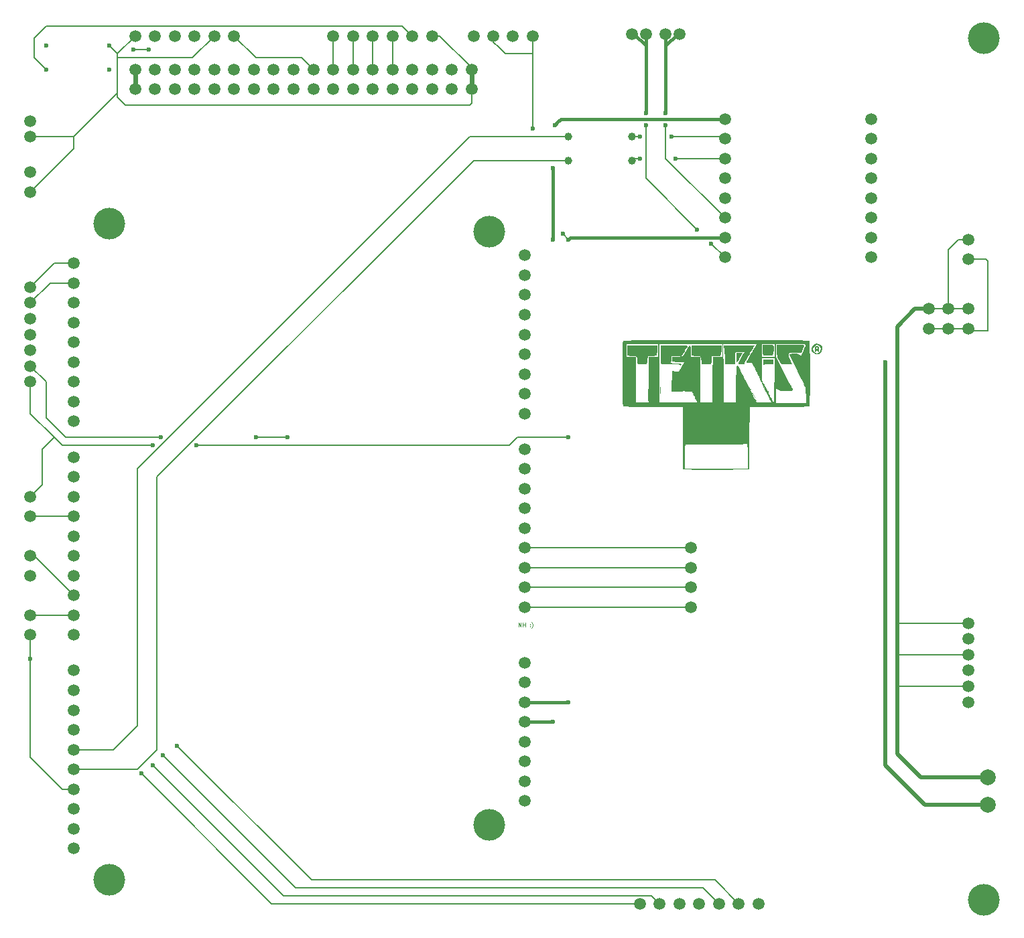
<source format=gbr>
%TF.GenerationSoftware,KiCad,Pcbnew,9.0.1*%
%TF.CreationDate,2025-06-05T21:30:58-04:00*%
%TF.ProjectId,TetrisBoard-FULL,54657472-6973-4426-9f61-72642d46554c,rev?*%
%TF.SameCoordinates,Original*%
%TF.FileFunction,Copper,L1,Top*%
%TF.FilePolarity,Positive*%
%FSLAX46Y46*%
G04 Gerber Fmt 4.6, Leading zero omitted, Abs format (unit mm)*
G04 Created by KiCad (PCBNEW 9.0.1) date 2025-06-05 21:30:58*
%MOMM*%
%LPD*%
G01*
G04 APERTURE LIST*
%ADD10C,0.125000*%
%TA.AperFunction,NonConductor*%
%ADD11C,0.125000*%
%TD*%
%TA.AperFunction,EtchedComponent*%
%ADD12C,0.000000*%
%TD*%
%TA.AperFunction,ViaPad*%
%ADD13C,1.500000*%
%TD*%
%TA.AperFunction,ViaPad*%
%ADD14C,0.600000*%
%TD*%
%TA.AperFunction,ViaPad*%
%ADD15C,4.000000*%
%TD*%
%TA.AperFunction,ViaPad*%
%ADD16C,1.000000*%
%TD*%
%TA.AperFunction,ViaPad*%
%ADD17C,2.000000*%
%TD*%
%TA.AperFunction,Conductor*%
%ADD18C,0.200000*%
%TD*%
%TA.AperFunction,Conductor*%
%ADD19C,0.600000*%
%TD*%
%TA.AperFunction,Conductor*%
%ADD20C,0.400000*%
%TD*%
%TA.AperFunction,Conductor*%
%ADD21C,0.500000*%
%TD*%
G04 APERTURE END LIST*
D10*
D11*
X168201283Y-111432309D02*
X168201283Y-110932309D01*
X168201283Y-110932309D02*
X168486997Y-111432309D01*
X168486997Y-111432309D02*
X168486997Y-110932309D01*
X168725093Y-111432309D02*
X168725093Y-110932309D01*
X168725093Y-111170404D02*
X169010807Y-111170404D01*
X169010807Y-111432309D02*
X169010807Y-110932309D01*
X169629855Y-111384690D02*
X169653665Y-111408500D01*
X169653665Y-111408500D02*
X169629855Y-111432309D01*
X169629855Y-111432309D02*
X169606046Y-111408500D01*
X169606046Y-111408500D02*
X169629855Y-111384690D01*
X169629855Y-111384690D02*
X169629855Y-111432309D01*
X169629855Y-111122785D02*
X169653665Y-111146595D01*
X169653665Y-111146595D02*
X169629855Y-111170404D01*
X169629855Y-111170404D02*
X169606046Y-111146595D01*
X169606046Y-111146595D02*
X169629855Y-111122785D01*
X169629855Y-111122785D02*
X169629855Y-111170404D01*
X169820331Y-111622785D02*
X169844141Y-111598976D01*
X169844141Y-111598976D02*
X169891760Y-111527547D01*
X169891760Y-111527547D02*
X169915569Y-111479928D01*
X169915569Y-111479928D02*
X169939379Y-111408500D01*
X169939379Y-111408500D02*
X169963188Y-111289452D01*
X169963188Y-111289452D02*
X169963188Y-111194214D01*
X169963188Y-111194214D02*
X169939379Y-111075166D01*
X169939379Y-111075166D02*
X169915569Y-111003738D01*
X169915569Y-111003738D02*
X169891760Y-110956119D01*
X169891760Y-110956119D02*
X169844141Y-110884690D01*
X169844141Y-110884690D02*
X169820331Y-110860880D01*
D12*
%TA.AperFunction,EtchedComponent*%
%TO.C,G\u002A\u002A\u002A*%
G36*
X190274666Y-82103000D02*
G01*
X190232333Y-82145333D01*
X190190000Y-82103000D01*
X190232333Y-82060667D01*
X190274666Y-82103000D01*
G37*
%TD.AperFunction*%
%TA.AperFunction,EtchedComponent*%
G36*
X197894666Y-82103000D02*
G01*
X197852333Y-82145333D01*
X197810000Y-82103000D01*
X197852333Y-82060667D01*
X197894666Y-82103000D01*
G37*
%TD.AperFunction*%
%TA.AperFunction,EtchedComponent*%
G36*
X197979333Y-82272333D02*
G01*
X197937000Y-82314667D01*
X197894666Y-82272333D01*
X197937000Y-82230000D01*
X197979333Y-82272333D01*
G37*
%TD.AperFunction*%
%TA.AperFunction,EtchedComponent*%
G36*
X198064000Y-82441667D02*
G01*
X198021666Y-82484000D01*
X197979333Y-82441667D01*
X198021666Y-82399333D01*
X198064000Y-82441667D01*
G37*
%TD.AperFunction*%
%TA.AperFunction,EtchedComponent*%
G36*
X204244666Y-80833000D02*
G01*
X204202333Y-80875333D01*
X204160000Y-80833000D01*
X204202333Y-80790667D01*
X204244666Y-80833000D01*
G37*
%TD.AperFunction*%
%TA.AperFunction,EtchedComponent*%
G36*
X200350000Y-77978453D02*
G01*
X200350000Y-78298906D01*
X199788520Y-78266658D01*
X199445616Y-78259455D01*
X199241695Y-78288588D01*
X199154816Y-78348372D01*
X199109628Y-78352076D01*
X199085038Y-78198041D01*
X199081296Y-78060167D01*
X199080000Y-77658000D01*
X199715000Y-77658000D01*
X200350000Y-77658000D01*
X200350000Y-77978453D01*
G37*
%TD.AperFunction*%
%TA.AperFunction,EtchedComponent*%
G36*
X186103876Y-80840859D02*
G01*
X186104257Y-80850009D01*
X186114590Y-81290135D01*
X186115007Y-81795003D01*
X186105496Y-82260311D01*
X186104434Y-82289343D01*
X186095609Y-82449551D01*
X186087890Y-82451690D01*
X186081738Y-82307026D01*
X186077616Y-82026821D01*
X186075985Y-81622340D01*
X186075977Y-81595000D01*
X186077356Y-81179789D01*
X186081298Y-80884556D01*
X186087342Y-80721514D01*
X186095023Y-80702878D01*
X186103876Y-80840859D01*
G37*
%TD.AperFunction*%
%TA.AperFunction,EtchedComponent*%
G36*
X196301634Y-76820494D02*
G01*
X196437913Y-76843669D01*
X196455333Y-76857417D01*
X196414493Y-76964148D01*
X196309694Y-77161128D01*
X196167519Y-77404804D01*
X196014551Y-77651625D01*
X195877372Y-77858040D01*
X195782566Y-77980497D01*
X195759966Y-77996667D01*
X195727124Y-77919163D01*
X195703325Y-77715203D01*
X195693385Y-77427608D01*
X195693333Y-77404000D01*
X195693333Y-76811333D01*
X196074333Y-76811333D01*
X196301634Y-76820494D01*
G37*
%TD.AperFunction*%
%TA.AperFunction,EtchedComponent*%
G36*
X200200060Y-75823515D02*
G01*
X200349535Y-75896514D01*
X200418059Y-76033351D01*
X200434664Y-76248348D01*
X200434666Y-76252030D01*
X200421908Y-76555328D01*
X200390367Y-76837408D01*
X200381750Y-76885417D01*
X200328833Y-77150000D01*
X199709604Y-77150000D01*
X199090375Y-77150000D01*
X199036078Y-76787923D01*
X199007363Y-76477962D01*
X199006234Y-76178415D01*
X199009724Y-76131756D01*
X199037666Y-75837667D01*
X199542138Y-75811748D01*
X199940605Y-75800033D01*
X200200060Y-75823515D01*
G37*
%TD.AperFunction*%
%TA.AperFunction,EtchedComponent*%
G36*
X185685061Y-76536167D02*
G01*
X185660333Y-77192333D01*
X185092609Y-77217282D01*
X184524885Y-77242231D01*
X184467840Y-77746449D01*
X184427901Y-78030766D01*
X184378105Y-78184714D01*
X184300477Y-78247060D01*
X184231230Y-78256692D01*
X184037900Y-78263625D01*
X183763501Y-78273955D01*
X183650609Y-78278310D01*
X183353054Y-78264792D01*
X183213077Y-78194605D01*
X183206109Y-78180693D01*
X183172365Y-78012440D01*
X183161510Y-77841575D01*
X183146139Y-77541659D01*
X183080699Y-77360862D01*
X182930511Y-77266573D01*
X182660899Y-77226177D01*
X182497583Y-77217165D01*
X181935000Y-77192333D01*
X181910271Y-76536167D01*
X181885543Y-75880000D01*
X183797666Y-75880000D01*
X185709789Y-75880000D01*
X185685061Y-76536167D01*
G37*
%TD.AperFunction*%
%TA.AperFunction,EtchedComponent*%
G36*
X193829734Y-76239833D02*
G01*
X193815615Y-76561757D01*
X193782229Y-76879192D01*
X193776323Y-76917167D01*
X193723844Y-77234666D01*
X193142255Y-77234667D01*
X192560666Y-77234667D01*
X192560666Y-77742667D01*
X192552815Y-78031039D01*
X192522099Y-78187911D01*
X192457771Y-78250682D01*
X192412500Y-78258334D01*
X191958217Y-78279661D01*
X191646283Y-78285540D01*
X191450088Y-78271775D01*
X191343021Y-78234172D01*
X191298473Y-78168534D01*
X191289835Y-78081333D01*
X191274977Y-77850831D01*
X191240251Y-77576415D01*
X191236912Y-77555796D01*
X191185021Y-77241925D01*
X190624010Y-77217129D01*
X190063000Y-77192333D01*
X190038271Y-76536167D01*
X190013543Y-75880000D01*
X191922105Y-75880000D01*
X193830666Y-75880000D01*
X193829734Y-76239833D01*
G37*
%TD.AperFunction*%
%TA.AperFunction,EtchedComponent*%
G36*
X205973599Y-75997744D02*
G01*
X206102517Y-76058969D01*
X206158530Y-76190813D01*
X206168909Y-76386715D01*
X206149231Y-76621536D01*
X206098240Y-76722859D01*
X206028001Y-76676157D01*
X205992048Y-76599667D01*
X205902476Y-76487478D01*
X205855990Y-76472667D01*
X205778533Y-76541201D01*
X205768666Y-76599667D01*
X205722949Y-76712338D01*
X205684000Y-76726667D01*
X205630657Y-76651628D01*
X205601302Y-76464488D01*
X205599333Y-76392997D01*
X205617808Y-76218667D01*
X205768666Y-76218667D01*
X205829434Y-76300910D01*
X205848336Y-76303333D01*
X205963003Y-76241789D01*
X205980333Y-76218667D01*
X205961139Y-76146183D01*
X205900663Y-76134000D01*
X205784821Y-76178204D01*
X205768666Y-76218667D01*
X205617808Y-76218667D01*
X205627950Y-76122963D01*
X205726838Y-75993838D01*
X205915551Y-75984973D01*
X205973599Y-75997744D01*
G37*
%TD.AperFunction*%
%TA.AperFunction,EtchedComponent*%
G36*
X203507843Y-75819777D02*
G01*
X203882377Y-75828205D01*
X204145001Y-75841230D01*
X204269760Y-75858214D01*
X204276027Y-75862245D01*
X204265847Y-75967153D01*
X204200634Y-76176264D01*
X204118733Y-76385475D01*
X203923500Y-76847317D01*
X203191401Y-76822014D01*
X202759259Y-76815175D01*
X202477319Y-76840694D01*
X202327261Y-76914392D01*
X202290764Y-77052091D01*
X202349505Y-77269616D01*
X202435949Y-77474435D01*
X202603054Y-77843169D01*
X202699458Y-78081437D01*
X202713714Y-78217403D01*
X202634378Y-78279226D01*
X202450003Y-78295070D01*
X202149144Y-78293097D01*
X202103265Y-78293000D01*
X201421483Y-78293000D01*
X201129648Y-77836789D01*
X200989460Y-77606281D01*
X200902379Y-77413793D01*
X200854980Y-77204914D01*
X200833839Y-76925233D01*
X200826740Y-76609122D01*
X200815666Y-75837667D01*
X202526876Y-75819262D01*
X203047357Y-75816583D01*
X203507843Y-75819777D01*
G37*
%TD.AperFunction*%
%TA.AperFunction,EtchedComponent*%
G36*
X206110965Y-75695289D02*
G01*
X206354977Y-75843353D01*
X206518249Y-76089092D01*
X206564533Y-76351759D01*
X206492775Y-76645544D01*
X206306400Y-76878116D01*
X206048753Y-77017205D01*
X205763180Y-77030541D01*
X205684000Y-77007300D01*
X205415118Y-76834071D01*
X205239863Y-76580817D01*
X205189433Y-76354280D01*
X205345333Y-76354280D01*
X205411968Y-76531674D01*
X205571538Y-76720320D01*
X205763536Y-76859848D01*
X205888245Y-76896000D01*
X206025388Y-76850880D01*
X206173161Y-76764199D01*
X206328054Y-76568286D01*
X206361996Y-76323331D01*
X206291181Y-76079613D01*
X206131800Y-75887411D01*
X205900050Y-75797007D01*
X205861118Y-75795333D01*
X205680666Y-75864665D01*
X205498683Y-76031833D01*
X205371681Y-76235600D01*
X205345333Y-76354280D01*
X205189433Y-76354280D01*
X205176157Y-76294641D01*
X205241921Y-76022649D01*
X205284526Y-75957330D01*
X205536737Y-75740258D01*
X205825218Y-75656918D01*
X206110965Y-75695289D01*
G37*
%TD.AperFunction*%
%TA.AperFunction,EtchedComponent*%
G36*
X188386123Y-75882924D02*
G01*
X188840395Y-75891091D01*
X189205149Y-75903597D01*
X189456052Y-75919534D01*
X189568775Y-75937998D01*
X189572261Y-75943500D01*
X189515709Y-76041517D01*
X189395784Y-76246996D01*
X189234969Y-76521444D01*
X189176615Y-76620833D01*
X188816035Y-77234667D01*
X188148350Y-77234667D01*
X187480666Y-77234667D01*
X187480666Y-77566408D01*
X187469247Y-77813108D01*
X187441076Y-77997542D01*
X187434061Y-78019602D01*
X187440716Y-78082836D01*
X187538067Y-78123158D01*
X187753801Y-78146852D01*
X188045790Y-78158478D01*
X188415079Y-78172173D01*
X188637848Y-78194099D01*
X188736907Y-78231258D01*
X188735066Y-78290655D01*
X188681522Y-78353678D01*
X188598395Y-78410948D01*
X188581333Y-78353403D01*
X188530248Y-78311208D01*
X188366085Y-78283954D01*
X188072483Y-78270522D01*
X187633080Y-78269796D01*
X187403558Y-78272970D01*
X186225783Y-78293000D01*
X186176823Y-77996667D01*
X186156158Y-77787298D01*
X186139608Y-77459895D01*
X186129295Y-77065746D01*
X186126931Y-76790167D01*
X186126000Y-75880000D01*
X187866663Y-75880000D01*
X188386123Y-75882924D01*
G37*
%TD.AperFunction*%
%TA.AperFunction,EtchedComponent*%
G36*
X196611452Y-75882267D02*
G01*
X197099366Y-75888621D01*
X197502012Y-75898394D01*
X197795570Y-75910917D01*
X197956220Y-75925520D01*
X197979333Y-75933859D01*
X197937222Y-76021828D01*
X197821772Y-76225524D01*
X197649302Y-76517029D01*
X197436133Y-76868421D01*
X197373050Y-76971026D01*
X197150685Y-77339027D01*
X196964891Y-77660518D01*
X196832215Y-77905799D01*
X196769203Y-78045169D01*
X196766272Y-78060167D01*
X196706460Y-78168363D01*
X196674055Y-78180233D01*
X196700333Y-78196391D01*
X196859517Y-78224483D01*
X197090333Y-78255085D01*
X197299421Y-78281914D01*
X197371539Y-78297671D01*
X197297982Y-78303593D01*
X197070047Y-78300915D01*
X196812413Y-78294543D01*
X196463378Y-78279905D01*
X196181546Y-78258266D01*
X196007546Y-78233225D01*
X195973330Y-78220219D01*
X195979584Y-78117928D01*
X196059730Y-77904422D01*
X196198597Y-77612505D01*
X196381011Y-77274980D01*
X196517276Y-77044167D01*
X196711457Y-76726667D01*
X196135557Y-76726667D01*
X195830701Y-76730692D01*
X195657818Y-76750976D01*
X195579591Y-76799827D01*
X195558706Y-76889556D01*
X195558091Y-76917167D01*
X195555011Y-77097347D01*
X195548476Y-77383559D01*
X195540262Y-77700333D01*
X195524000Y-78293000D01*
X194889000Y-78293000D01*
X194254000Y-78293000D01*
X194253398Y-77658000D01*
X194244906Y-77236501D01*
X194223441Y-76781440D01*
X194198821Y-76451500D01*
X194144846Y-75880000D01*
X196062090Y-75880000D01*
X196611452Y-75882267D01*
G37*
%TD.AperFunction*%
%TA.AperFunction,EtchedComponent*%
G36*
X194019512Y-75193810D02*
G01*
X195235967Y-75195119D01*
X196432196Y-75197512D01*
X197596349Y-75200989D01*
X198716581Y-75205549D01*
X199781044Y-75211194D01*
X200777890Y-75217923D01*
X201695273Y-75225737D01*
X202521345Y-75234634D01*
X203244258Y-75244616D01*
X203852166Y-75255681D01*
X204333221Y-75267831D01*
X204675575Y-75281065D01*
X204867382Y-75295382D01*
X204905066Y-75304266D01*
X204929847Y-75411893D01*
X204951461Y-75668489D01*
X204969909Y-76053721D01*
X204985190Y-76547254D01*
X204997305Y-77128753D01*
X205006254Y-77777885D01*
X205012036Y-78474316D01*
X205014651Y-79197711D01*
X205014101Y-79927736D01*
X205010383Y-80644058D01*
X205003500Y-81326340D01*
X204993450Y-81954251D01*
X204980233Y-82507454D01*
X204963850Y-82965617D01*
X204944301Y-83308404D01*
X204921585Y-83515482D01*
X204905066Y-83567733D01*
X204833310Y-83593884D01*
X204667763Y-83615616D01*
X204397645Y-83633218D01*
X204012173Y-83646976D01*
X203500565Y-83657180D01*
X202852041Y-83664115D01*
X202055818Y-83668071D01*
X201101115Y-83669333D01*
X201095903Y-83669333D01*
X197388341Y-83669333D01*
X197366337Y-87627500D01*
X197344333Y-91585667D01*
X193189400Y-91607622D01*
X192366293Y-91610833D01*
X191595070Y-91611643D01*
X190892208Y-91610190D01*
X190274185Y-91606612D01*
X189757482Y-91601047D01*
X189358576Y-91593633D01*
X189093947Y-91584508D01*
X188980071Y-91573810D01*
X188977233Y-91572345D01*
X188965589Y-91478548D01*
X188964713Y-91458667D01*
X189174000Y-91458667D01*
X193153333Y-91458667D01*
X197132666Y-91458667D01*
X197132666Y-89887336D01*
X197128718Y-89352412D01*
X197117518Y-88914178D01*
X197100032Y-88591667D01*
X197077224Y-88403916D01*
X197055387Y-88363767D01*
X196957285Y-88373619D01*
X196707115Y-88382863D01*
X196322142Y-88391284D01*
X195819629Y-88398661D01*
X195216842Y-88404779D01*
X194531045Y-88409417D01*
X193779503Y-88412359D01*
X193129100Y-88413351D01*
X189280091Y-88415174D01*
X189227977Y-88730420D01*
X189208811Y-88930370D01*
X189192677Y-89258219D01*
X189181016Y-89672541D01*
X189175275Y-90131909D01*
X189174931Y-90252167D01*
X189174000Y-91458667D01*
X188964713Y-91458667D01*
X188954741Y-91232397D01*
X188944931Y-90850870D01*
X188936404Y-90350944D01*
X188929405Y-89749598D01*
X188924177Y-89063810D01*
X188920965Y-88310557D01*
X188920000Y-87592222D01*
X188920000Y-83669333D01*
X185211600Y-83669333D01*
X184255963Y-83668084D01*
X183458862Y-83664144D01*
X182809516Y-83657226D01*
X182297143Y-83647043D01*
X181910963Y-83633307D01*
X181640196Y-83615730D01*
X181474059Y-83594025D01*
X181401773Y-83567905D01*
X181401599Y-83567733D01*
X181376819Y-83460106D01*
X181355205Y-83203510D01*
X181336757Y-82818279D01*
X181321475Y-82324746D01*
X181309361Y-81743247D01*
X181300412Y-81094114D01*
X181294631Y-80397683D01*
X181292015Y-79674288D01*
X181292566Y-78944263D01*
X181296283Y-78227942D01*
X181303166Y-77545659D01*
X181306788Y-77319333D01*
X181808000Y-77319333D01*
X182400666Y-77319333D01*
X182993333Y-77319333D01*
X182993328Y-80219167D01*
X182993324Y-83119000D01*
X183792906Y-83119000D01*
X184173572Y-83114577D01*
X184413328Y-83098281D01*
X184540440Y-83065576D01*
X184583171Y-83011921D01*
X184583829Y-82992000D01*
X184582137Y-82879164D01*
X184581356Y-82618032D01*
X184581453Y-82229638D01*
X184582393Y-81735016D01*
X184584141Y-81155201D01*
X184586663Y-80511227D01*
X184588585Y-80092167D01*
X184602000Y-77319333D01*
X185194666Y-77319333D01*
X185787333Y-77319333D01*
X185787333Y-76515000D01*
X185787333Y-75710667D01*
X185956666Y-75710667D01*
X185956729Y-79414833D01*
X185956792Y-83119000D01*
X188401285Y-83119000D01*
X189135479Y-83117527D01*
X189715018Y-83112678D01*
X190154558Y-83103809D01*
X190468754Y-83090273D01*
X190672263Y-83071425D01*
X190779740Y-83046621D01*
X190805842Y-83015214D01*
X190805164Y-83013167D01*
X190716876Y-82914977D01*
X190683944Y-82907333D01*
X190639348Y-82856198D01*
X190650183Y-82831538D01*
X190626779Y-82742516D01*
X190565147Y-82705136D01*
X190475650Y-82624677D01*
X190477251Y-82611000D01*
X190528666Y-82611000D01*
X190571000Y-82653333D01*
X190613333Y-82611000D01*
X190571000Y-82568667D01*
X190528666Y-82611000D01*
X190477251Y-82611000D01*
X190481241Y-82576905D01*
X190500964Y-82446465D01*
X190448823Y-82322215D01*
X190360650Y-82276637D01*
X190337379Y-82285901D01*
X190289852Y-82287643D01*
X190316853Y-82230237D01*
X190318282Y-82092051D01*
X190258033Y-82026656D01*
X190130839Y-81893046D01*
X190105351Y-81743167D01*
X190025516Y-81722476D01*
X189805192Y-81706905D01*
X189473177Y-81697458D01*
X189058267Y-81695141D01*
X188794638Y-81697411D01*
X187483906Y-81715155D01*
X187488818Y-81595000D01*
X187565333Y-81595000D01*
X187607666Y-81637333D01*
X187650000Y-81595000D01*
X187607666Y-81552667D01*
X187565333Y-81595000D01*
X187488818Y-81595000D01*
X187533086Y-80512077D01*
X187553018Y-80076937D01*
X187574167Y-79703744D01*
X187594411Y-79424445D01*
X187611631Y-79270985D01*
X187616660Y-79252731D01*
X187585388Y-79180514D01*
X187545161Y-79161165D01*
X187563933Y-79147925D01*
X187717435Y-79148216D01*
X187946800Y-79160385D01*
X188454333Y-79194903D01*
X188774968Y-78599127D01*
X189095602Y-78003351D01*
X188351634Y-77978842D01*
X187607666Y-77954333D01*
X187607666Y-77658000D01*
X187607666Y-77361667D01*
X188275882Y-77319333D01*
X188944098Y-77277000D01*
X189364563Y-76536844D01*
X189547519Y-76231363D01*
X189706116Y-75996909D01*
X189819560Y-75862558D01*
X189860514Y-75843341D01*
X189894958Y-75943873D01*
X189921160Y-76171226D01*
X189934909Y-76482933D01*
X189936000Y-76604663D01*
X189936000Y-77319333D01*
X190528666Y-77319333D01*
X191121333Y-77319333D01*
X191142389Y-79499500D01*
X191148278Y-80137601D01*
X191153541Y-80762108D01*
X191157936Y-81339715D01*
X191161217Y-81837117D01*
X191163144Y-82221007D01*
X191163556Y-82399333D01*
X191163666Y-83119000D01*
X191925666Y-83119000D01*
X192687666Y-83119000D01*
X192688501Y-82314667D01*
X192689596Y-81995954D01*
X192692208Y-81543957D01*
X192696073Y-80994715D01*
X192700929Y-80384265D01*
X192706513Y-79748647D01*
X192709668Y-79414833D01*
X192730000Y-77319333D01*
X193322666Y-77319333D01*
X193915333Y-77319333D01*
X193915333Y-76515000D01*
X193915333Y-75710667D01*
X189936000Y-75710667D01*
X185956666Y-75710667D01*
X185787333Y-75710667D01*
X183797666Y-75710667D01*
X181808000Y-75710667D01*
X181808000Y-76515000D01*
X181808000Y-77319333D01*
X181306788Y-77319333D01*
X181313216Y-76917749D01*
X181322838Y-76515000D01*
X181326432Y-76364546D01*
X181342815Y-75906383D01*
X181353977Y-75710666D01*
X194063809Y-75710666D01*
X194095404Y-79418989D01*
X194127000Y-83127312D01*
X194889000Y-83125174D01*
X195651000Y-83123036D01*
X195651198Y-82443685D01*
X195652389Y-82145471D01*
X195655586Y-81716988D01*
X195660424Y-81197283D01*
X195666536Y-80625406D01*
X195673557Y-80040403D01*
X195674248Y-79986333D01*
X195681597Y-79366926D01*
X195692002Y-78900462D01*
X195714840Y-78586557D01*
X195759482Y-78424826D01*
X195835305Y-78414886D01*
X195951681Y-78556353D01*
X196117985Y-78848841D01*
X196343591Y-79291967D01*
X196637873Y-79885347D01*
X196667801Y-79945613D01*
X196886046Y-80375399D01*
X197081978Y-80743502D01*
X197242426Y-81026586D01*
X197354219Y-81201313D01*
X197402172Y-81246750D01*
X197433433Y-81273955D01*
X197413642Y-81350492D01*
X197397161Y-81449028D01*
X197470026Y-81426474D01*
X197542650Y-81403315D01*
X197525672Y-81448574D01*
X197512391Y-81578399D01*
X197564181Y-81743562D01*
X197650233Y-81879831D01*
X197739741Y-81922978D01*
X197750795Y-81917930D01*
X197795156Y-81920560D01*
X197775531Y-81963275D01*
X197780673Y-82081487D01*
X197850227Y-82277500D01*
X197955063Y-82491878D01*
X198066053Y-82665182D01*
X198154070Y-82737977D01*
X198155198Y-82738000D01*
X198233279Y-82805165D01*
X198265638Y-82869397D01*
X198271789Y-82958182D01*
X198211196Y-82941643D01*
X198150805Y-82919218D01*
X198212693Y-82997039D01*
X198328885Y-83054429D01*
X198564228Y-83092555D01*
X198937631Y-83113645D01*
X199249860Y-83119166D01*
X199623967Y-83117377D01*
X199926278Y-83106729D01*
X200122620Y-83089035D01*
X200180666Y-83069740D01*
X200123625Y-82974130D01*
X200059209Y-82911933D01*
X199956840Y-82794567D01*
X199892703Y-82695667D01*
X199926666Y-82695667D01*
X199969000Y-82738000D01*
X200011333Y-82695667D01*
X199969000Y-82653333D01*
X199926666Y-82695667D01*
X199892703Y-82695667D01*
X199843817Y-82620283D01*
X199742523Y-82432767D01*
X199675336Y-82275702D01*
X199664639Y-82192773D01*
X199691995Y-82195187D01*
X199718084Y-82185112D01*
X199643153Y-82080064D01*
X199619943Y-82053152D01*
X199506812Y-81877448D01*
X199481623Y-81734806D01*
X199482760Y-81731381D01*
X199480187Y-81656623D01*
X199416568Y-81680963D01*
X199347154Y-81701243D01*
X199364029Y-81657241D01*
X199359722Y-81530055D01*
X199306807Y-81452903D01*
X199229078Y-81302038D01*
X199232347Y-81222625D01*
X199225870Y-81148755D01*
X199162568Y-81172963D01*
X199092703Y-81193372D01*
X199105856Y-81155993D01*
X199096862Y-81044734D01*
X199027663Y-80848648D01*
X198925317Y-80628025D01*
X198816884Y-80443154D01*
X198751889Y-80367333D01*
X198697831Y-80253259D01*
X198696953Y-80240333D01*
X198659604Y-80137500D01*
X198558620Y-79914427D01*
X198408232Y-79601245D01*
X198222669Y-79228081D01*
X198167134Y-79118500D01*
X198045163Y-78878805D01*
X197639361Y-78081333D01*
X197301347Y-78081333D01*
X197085095Y-78060368D01*
X196970222Y-78007119D01*
X196963333Y-77987699D01*
X197004739Y-77882640D01*
X197117651Y-77664470D01*
X197215783Y-77488667D01*
X198910666Y-77488667D01*
X198910666Y-78878805D01*
X198913302Y-79417758D01*
X198922912Y-79815851D01*
X198942046Y-80101502D01*
X198973255Y-80303126D01*
X199019090Y-80449139D01*
X199058833Y-80529270D01*
X199174861Y-80702582D01*
X199266259Y-80788208D01*
X199275496Y-80790131D01*
X199307873Y-80842894D01*
X199295885Y-80868507D01*
X199308402Y-80983134D01*
X199371523Y-81070095D01*
X199449673Y-81190917D01*
X199442857Y-81246254D01*
X199456363Y-81294048D01*
X199494218Y-81298667D01*
X199557959Y-81348333D01*
X199545666Y-81383333D01*
X199555188Y-81461227D01*
X199588000Y-81468000D01*
X199643212Y-81519575D01*
X199630333Y-81552667D01*
X199637046Y-81630685D01*
X199667669Y-81637333D01*
X199741523Y-81682230D01*
X199740558Y-81700833D01*
X199752046Y-81844734D01*
X199818185Y-82014741D01*
X199903786Y-82131377D01*
X199937368Y-82145333D01*
X199984580Y-82196569D01*
X199973218Y-82223174D01*
X199987318Y-82336200D01*
X200060628Y-82436533D01*
X200177878Y-82589134D01*
X200214745Y-82676192D01*
X200271960Y-82897735D01*
X200347509Y-83079659D01*
X200415650Y-83160897D01*
X200419205Y-83161237D01*
X200433751Y-83079813D01*
X200448632Y-82848642D01*
X200463252Y-82487311D01*
X200477016Y-82015405D01*
X200489328Y-81452508D01*
X200499594Y-80818206D01*
X200505418Y-80324904D01*
X200533837Y-77488667D01*
X199722251Y-77488667D01*
X198910666Y-77488667D01*
X197215783Y-77488667D01*
X197285113Y-77364463D01*
X197311510Y-77319333D01*
X198910666Y-77319333D01*
X199715000Y-77319333D01*
X200519333Y-77319333D01*
X200519333Y-76515000D01*
X200519333Y-76510873D01*
X200688666Y-76510873D01*
X200688666Y-77311079D01*
X201732808Y-79347286D01*
X202008925Y-79881745D01*
X202260446Y-80360949D01*
X202477081Y-80765909D01*
X202648541Y-81077636D01*
X202764537Y-81277140D01*
X202814778Y-81345432D01*
X202815332Y-81345112D01*
X202846293Y-81382051D01*
X202853714Y-81472032D01*
X202841325Y-81546867D01*
X202783924Y-81594975D01*
X202651159Y-81622195D01*
X202412678Y-81634364D01*
X202038128Y-81637320D01*
X201994275Y-81637333D01*
X201580020Y-81632056D01*
X201296954Y-81612440D01*
X201107152Y-81572808D01*
X200972690Y-81507486D01*
X200932918Y-81478475D01*
X200731000Y-81319617D01*
X200731000Y-82235473D01*
X200731000Y-83151328D01*
X202621959Y-83157887D01*
X204512919Y-83164447D01*
X204484626Y-82143645D01*
X204467005Y-81743278D01*
X204439895Y-81406172D01*
X204406980Y-81167590D01*
X204371944Y-81062791D01*
X204371666Y-81062588D01*
X204289071Y-80944707D01*
X204284816Y-80917667D01*
X204247487Y-80821666D01*
X204143644Y-80596167D01*
X203983640Y-80262551D01*
X203777826Y-79842201D01*
X203536556Y-79356501D01*
X203327365Y-78940007D01*
X203068194Y-78420363D01*
X202839947Y-77951004D01*
X202652295Y-77552797D01*
X202514909Y-77246608D01*
X202437463Y-77053302D01*
X202425272Y-76993839D01*
X202531509Y-76964477D01*
X202756635Y-76940090D01*
X203027500Y-76926820D01*
X203351647Y-76929149D01*
X203556534Y-76963225D01*
X203690884Y-77039426D01*
X203728564Y-77076141D01*
X203805362Y-77148051D01*
X203868112Y-77154005D01*
X203936899Y-77070814D01*
X204031805Y-76875287D01*
X204157532Y-76580819D01*
X204289827Y-76265370D01*
X204398770Y-76003938D01*
X204466021Y-75840589D01*
X204475636Y-75816500D01*
X204454214Y-75781014D01*
X204348046Y-75753895D01*
X204140907Y-75734225D01*
X203816571Y-75721089D01*
X203358812Y-75713569D01*
X202751405Y-75710748D01*
X202602725Y-75710666D01*
X200688666Y-75710667D01*
X200688666Y-76510873D01*
X200519333Y-76510873D01*
X200519333Y-75710667D01*
X199715000Y-75710667D01*
X198910666Y-75710667D01*
X198910666Y-76515000D01*
X198910666Y-77319333D01*
X197311510Y-77319333D01*
X197490165Y-77013895D01*
X197502737Y-76992866D01*
X197720032Y-76627787D01*
X197786396Y-76515000D01*
X197912774Y-76300217D01*
X198060008Y-76046019D01*
X198140716Y-75901166D01*
X198239291Y-75710666D01*
X196151550Y-75710666D01*
X194063809Y-75710666D01*
X181353977Y-75710666D01*
X181362365Y-75563595D01*
X181385081Y-75356517D01*
X181401600Y-75304266D01*
X181499784Y-75289314D01*
X181755452Y-75275446D01*
X182156754Y-75262662D01*
X182691845Y-75250961D01*
X183348876Y-75240345D01*
X184116000Y-75230813D01*
X184981371Y-75222365D01*
X185933140Y-75215002D01*
X186959460Y-75208722D01*
X188048485Y-75203526D01*
X189188366Y-75199416D01*
X190367257Y-75196388D01*
X191573310Y-75194445D01*
X192794677Y-75193585D01*
X194019512Y-75193810D01*
G37*
%TD.AperFunction*%
%TD*%
D13*
%TO.N,*%
X194250000Y-57250000D03*
D14*
X186750000Y-48000000D03*
X214500000Y-113000000D03*
X123250000Y-127750000D03*
D13*
X169000000Y-99000000D03*
D14*
X173750000Y-61750000D03*
D15*
X116500000Y-143500000D03*
D14*
X190750000Y-61250000D03*
D13*
X112000000Y-110000000D03*
X106500000Y-74500000D03*
X112000000Y-127000000D03*
X225000000Y-111000000D03*
X169000000Y-126000000D03*
D14*
X183500000Y-52250000D03*
D13*
X169000000Y-128500000D03*
X112000000Y-102500000D03*
X112000000Y-92500000D03*
X169000000Y-67000000D03*
D14*
X172500000Y-62500000D03*
X121500000Y-38500000D03*
D13*
X169000000Y-123500000D03*
X169000000Y-121000000D03*
X106500000Y-47500000D03*
X196000000Y-146500000D03*
X162250000Y-43500000D03*
X122250000Y-41000000D03*
X142250000Y-43500000D03*
X127250000Y-36750000D03*
X142250000Y-41000000D03*
X186750000Y-36500000D03*
X106500000Y-80500000D03*
X169000000Y-79500000D03*
X162500000Y-36750000D03*
X225000000Y-62500000D03*
X170000000Y-36750000D03*
X225000000Y-113000000D03*
X119750000Y-43500000D03*
X159750000Y-41000000D03*
X194250000Y-52250000D03*
X225000000Y-71250000D03*
X112000000Y-65500000D03*
X124750000Y-43500000D03*
X165000000Y-36750000D03*
X222500000Y-71250000D03*
X157250000Y-41000000D03*
X106500000Y-72500000D03*
X169000000Y-106500000D03*
X194250000Y-47250000D03*
X169000000Y-77000000D03*
X106500000Y-68500000D03*
X139750000Y-43500000D03*
X225000000Y-73750000D03*
X169000000Y-104000000D03*
X144750000Y-36750000D03*
X212750000Y-52250000D03*
D14*
X120500000Y-130000000D03*
D13*
X106500000Y-70500000D03*
X106500000Y-110000000D03*
D14*
X188000000Y-52250000D03*
X174500000Y-121000000D03*
D13*
X194250000Y-59750000D03*
X106500000Y-95000000D03*
X137250000Y-43500000D03*
X190000000Y-101500000D03*
X147250000Y-36750000D03*
X124750000Y-41000000D03*
X149750000Y-43500000D03*
D14*
X170000000Y-48500000D03*
D13*
X106500000Y-49500000D03*
X112000000Y-78000000D03*
X112000000Y-95000000D03*
D14*
X108500000Y-38000000D03*
D13*
X112000000Y-124500000D03*
D16*
X174500000Y-52500000D03*
D14*
X116500000Y-41000000D03*
D13*
X184250000Y-36500000D03*
X119750000Y-36750000D03*
X188500000Y-146500000D03*
X169000000Y-89000000D03*
X129750000Y-36750000D03*
X106500000Y-78500000D03*
X191000000Y-146500000D03*
X169000000Y-69500000D03*
D14*
X125000000Y-126500000D03*
D13*
X127250000Y-43500000D03*
D14*
X174500000Y-62500000D03*
D13*
X132250000Y-41000000D03*
D14*
X108500000Y-41000000D03*
D13*
X106500000Y-112500000D03*
X169000000Y-96500000D03*
X129750000Y-41000000D03*
X169000000Y-118500000D03*
X124750000Y-36750000D03*
X112000000Y-112500000D03*
X137250000Y-41000000D03*
D14*
X172750000Y-48000000D03*
D13*
X122250000Y-36750000D03*
X212750000Y-57250000D03*
X112000000Y-132000000D03*
D14*
X135000000Y-87500000D03*
X186750000Y-46500000D03*
D13*
X220000000Y-73750000D03*
X194250000Y-49750000D03*
X132250000Y-43500000D03*
D14*
X174500000Y-87500000D03*
X184250000Y-48000000D03*
D13*
X183500000Y-146500000D03*
X112000000Y-105000000D03*
X157250000Y-43500000D03*
X106500000Y-76500000D03*
D14*
X123000000Y-87500000D03*
D13*
X198500000Y-146500000D03*
X169000000Y-131000000D03*
X112000000Y-119500000D03*
D14*
X187500000Y-49500000D03*
D13*
X112000000Y-70500000D03*
X222500000Y-73750000D03*
X190000000Y-106500000D03*
X112000000Y-90000000D03*
D16*
X182500000Y-52500000D03*
D13*
X212750000Y-47250000D03*
X112000000Y-137000000D03*
X149750000Y-41000000D03*
X194250000Y-62250000D03*
D14*
X122000000Y-129000000D03*
D13*
X225000000Y-115000000D03*
X144750000Y-43500000D03*
D15*
X164500000Y-136500000D03*
D14*
X183500000Y-49500000D03*
D13*
X147250000Y-43500000D03*
X225000000Y-117000000D03*
X169000000Y-101500000D03*
X112000000Y-117000000D03*
X106500000Y-102500000D03*
X152250000Y-36750000D03*
X169000000Y-72000000D03*
X112000000Y-80500000D03*
X139750000Y-41000000D03*
X152250000Y-43500000D03*
D14*
X192500000Y-63000000D03*
D13*
X106500000Y-105000000D03*
D16*
X174500000Y-49500000D03*
D13*
X190000000Y-104000000D03*
D14*
X172500000Y-123500000D03*
D13*
X193500000Y-146500000D03*
X188500000Y-36500000D03*
X154750000Y-41000000D03*
D14*
X122000000Y-88500000D03*
D15*
X116500000Y-60500000D03*
D13*
X106500000Y-97500000D03*
X122250000Y-43500000D03*
X212750000Y-49750000D03*
X112000000Y-129500000D03*
X157250000Y-36750000D03*
X134750000Y-43500000D03*
D17*
X227500000Y-130500000D03*
D13*
X182500000Y-36500000D03*
X194250000Y-54750000D03*
X112000000Y-75500000D03*
D14*
X119500000Y-38500000D03*
D15*
X227000000Y-146000000D03*
D14*
X127500000Y-88500000D03*
D13*
X154750000Y-43500000D03*
D17*
X227500000Y-134000000D03*
D13*
X225000000Y-119000000D03*
D14*
X116500000Y-38000000D03*
D13*
X112000000Y-122000000D03*
X112000000Y-139500000D03*
X212750000Y-59750000D03*
X169000000Y-109000000D03*
X127250000Y-41000000D03*
X134750000Y-41000000D03*
X106500000Y-54000000D03*
X119750000Y-41000000D03*
X112000000Y-85500000D03*
X112000000Y-134500000D03*
X112000000Y-83000000D03*
X154750000Y-36750000D03*
D14*
X214500000Y-78000000D03*
D13*
X212750000Y-62250000D03*
X212750000Y-54750000D03*
X169000000Y-116000000D03*
D14*
X139000000Y-87500000D03*
D13*
X190000000Y-109000000D03*
X112000000Y-68000000D03*
X169000000Y-94000000D03*
X129750000Y-43500000D03*
X212750000Y-64750000D03*
X169000000Y-133500000D03*
X162250000Y-41000000D03*
X132250000Y-36750000D03*
X167476455Y-36773545D03*
D14*
X172500000Y-53500000D03*
D13*
X169000000Y-74500000D03*
D15*
X227000000Y-37000000D03*
D13*
X149750000Y-36750000D03*
X106500000Y-56500000D03*
D15*
X164500000Y-61500000D03*
D16*
X182500000Y-49500000D03*
D13*
X112000000Y-97500000D03*
X186000000Y-146500000D03*
X112000000Y-100000000D03*
X169000000Y-84500000D03*
X112000000Y-107500000D03*
X144750000Y-41000000D03*
X169000000Y-82000000D03*
X169000000Y-91500000D03*
X220000000Y-71250000D03*
X159750000Y-43500000D03*
X112000000Y-73000000D03*
X225000000Y-121000000D03*
X194250000Y-64750000D03*
X147250000Y-41000000D03*
X225000000Y-65000000D03*
D14*
X106500000Y-115500000D03*
D13*
X169000000Y-64500000D03*
D14*
X184250000Y-46500000D03*
D13*
X152250000Y-41000000D03*
%TD*%
D18*
%TO.N,*%
X106500000Y-56500000D02*
X112000000Y-51000000D01*
X112000000Y-65500000D02*
X109500000Y-65500000D01*
X149500000Y-40750000D02*
X149750000Y-41000000D01*
X122500000Y-127000000D02*
X120000000Y-129500000D01*
X184250000Y-54750000D02*
X184250000Y-48000000D01*
D19*
X162250000Y-41000000D02*
X162250000Y-43500000D01*
D18*
X117500000Y-44000000D02*
X117500000Y-39500000D01*
X108500000Y-41000000D02*
X107000000Y-39500000D01*
X196000000Y-146500000D02*
X193000000Y-143500000D01*
D20*
X182500000Y-47250000D02*
X194250000Y-47250000D01*
D18*
X194000000Y-49500000D02*
X194250000Y-49750000D01*
X118500000Y-45500000D02*
X117500000Y-44500000D01*
D21*
X216000000Y-115000000D02*
X216000000Y-111000000D01*
D18*
X108000000Y-93500000D02*
X108000000Y-89000000D01*
X152250000Y-36750000D02*
X152250000Y-41000000D01*
D21*
X214500000Y-129000000D02*
X219500000Y-134000000D01*
X214500000Y-78000000D02*
X214500000Y-129000000D01*
D18*
X106500000Y-80500000D02*
X106500000Y-84500000D01*
D20*
X184250000Y-38000000D02*
X184250000Y-36500000D01*
D18*
X149750000Y-36750000D02*
X149750000Y-41000000D01*
X185000000Y-145500000D02*
X138500000Y-145500000D01*
X170000000Y-36000000D02*
X170000000Y-38000000D01*
X165750000Y-38250000D02*
X165000000Y-37500000D01*
X174500000Y-49500000D02*
X162000000Y-49500000D01*
X116500000Y-38000000D02*
X117500000Y-39000000D01*
X106500000Y-112500000D02*
X106500000Y-128000000D01*
X170000000Y-41000000D02*
X170000000Y-43000000D01*
X170000000Y-39000000D02*
X170000000Y-41000000D01*
X135000000Y-39500000D02*
X140750000Y-39500000D01*
D21*
X216000000Y-111000000D02*
X216000000Y-73500000D01*
D18*
X183500000Y-146500000D02*
X137000000Y-146500000D01*
X222500000Y-71250000D02*
X220000000Y-71250000D01*
X106500000Y-84500000D02*
X109500000Y-87500000D01*
X182500000Y-36500000D02*
X182750000Y-36500000D01*
D21*
X219500000Y-134000000D02*
X227500000Y-134000000D01*
D18*
X170000000Y-39000000D02*
X166500000Y-39000000D01*
X119500000Y-38500000D02*
X121500000Y-38500000D01*
X127500000Y-88500000D02*
X135000000Y-88500000D01*
X125000000Y-126500000D02*
X142000000Y-143500000D01*
D20*
X177000000Y-62250000D02*
X176750000Y-62250000D01*
D18*
X119000000Y-39500000D02*
X117500000Y-39500000D01*
X112000000Y-68000000D02*
X109000000Y-68000000D01*
D20*
X172500000Y-123500000D02*
X169000000Y-123500000D01*
D18*
X222500000Y-63750000D02*
X222500000Y-71250000D01*
X225000000Y-71250000D02*
X222500000Y-71250000D01*
D21*
X216000000Y-127500000D02*
X216000000Y-119000000D01*
D18*
X117000000Y-127000000D02*
X112000000Y-127000000D01*
X139000000Y-88500000D02*
X167000000Y-88500000D01*
X120000000Y-124000000D02*
X117000000Y-127000000D01*
X158250000Y-36750000D02*
X157250000Y-36750000D01*
X193000000Y-143500000D02*
X142000000Y-143500000D01*
X162500000Y-52500000D02*
X122500000Y-92500000D01*
X117500000Y-39500000D02*
X117500000Y-39000000D01*
X162000000Y-49500000D02*
X120000000Y-91500000D01*
X120000000Y-129500000D02*
X112000000Y-129500000D01*
X120500000Y-130000000D02*
X137000000Y-146500000D01*
X135000000Y-88500000D02*
X139000000Y-88500000D01*
X173750000Y-61750000D02*
X174500000Y-62500000D01*
X225000000Y-62500000D02*
X223750000Y-62500000D01*
X135000000Y-87500000D02*
X139000000Y-87500000D01*
X122500000Y-92500000D02*
X122500000Y-127000000D01*
X174500000Y-52500000D02*
X162500000Y-52500000D01*
X108500000Y-85000000D02*
X111000000Y-87500000D01*
D19*
X162250000Y-41000000D02*
X162250000Y-40750000D01*
D18*
X222500000Y-73750000D02*
X220000000Y-73750000D01*
X153500000Y-35500000D02*
X154750000Y-36750000D01*
D20*
X173125000Y-47625000D02*
X173500000Y-47250000D01*
X182750000Y-36500000D02*
X184250000Y-38000000D01*
D18*
X120500000Y-39500000D02*
X119000000Y-39500000D01*
X117500000Y-39000000D02*
X119750000Y-36750000D01*
X227500000Y-65250000D02*
X227250000Y-65000000D01*
X144750000Y-36750000D02*
X144750000Y-41000000D01*
X129750000Y-36750000D02*
X127000000Y-39500000D01*
X106500000Y-78500000D02*
X108500000Y-80500000D01*
X107000000Y-39500000D02*
X107000000Y-37000000D01*
X170000000Y-38000000D02*
X170000000Y-39000000D01*
X141000000Y-39750000D02*
X142250000Y-41000000D01*
X182750000Y-52250000D02*
X183500000Y-52250000D01*
D20*
X172500000Y-53500000D02*
X172500000Y-62500000D01*
D18*
X170000000Y-43000000D02*
X170000000Y-48500000D01*
D21*
X216000000Y-73500000D02*
X218250000Y-71250000D01*
D20*
X188250000Y-36500000D02*
X186750000Y-38000000D01*
D18*
X123250000Y-127750000D02*
X140000000Y-144500000D01*
X169000000Y-101500000D02*
X190000000Y-101500000D01*
X186000000Y-146500000D02*
X185000000Y-145500000D01*
X106500000Y-102500000D02*
X107000000Y-102500000D01*
X191500000Y-144500000D02*
X193500000Y-146500000D01*
X117500000Y-44500000D02*
X117500000Y-44000000D01*
X170000000Y-38000000D02*
X170000000Y-36750000D01*
X225250000Y-74000000D02*
X227500000Y-74000000D01*
X169000000Y-104000000D02*
X190000000Y-104000000D01*
X182500000Y-49500000D02*
X183500000Y-49500000D01*
X166500000Y-39000000D02*
X165750000Y-38250000D01*
X187500000Y-49500000D02*
X194000000Y-49500000D01*
X108000000Y-89000000D02*
X109500000Y-87500000D01*
X112000000Y-49500000D02*
X117500000Y-44000000D01*
X225000000Y-73750000D02*
X222500000Y-73750000D01*
X225000000Y-115000000D02*
X216000000Y-115000000D01*
X120000000Y-91500000D02*
X120000000Y-124000000D01*
X162250000Y-43500000D02*
X162250000Y-45250000D01*
X167000000Y-88500000D02*
X168000000Y-87500000D01*
X140750000Y-39500000D02*
X141000000Y-39750000D01*
X112000000Y-51000000D02*
X112000000Y-49500000D01*
D20*
X184250000Y-46500000D02*
X184250000Y-38000000D01*
D18*
X106500000Y-49500000D02*
X112000000Y-49500000D01*
D21*
X219000000Y-130500000D02*
X216000000Y-127500000D01*
D18*
X168000000Y-87500000D02*
X174500000Y-87500000D01*
X170000000Y-37999999D02*
X170000000Y-38000000D01*
X138500000Y-145500000D02*
X122000000Y-129000000D01*
X106500000Y-128000000D02*
X110500000Y-132000000D01*
X132250000Y-36750000D02*
X135000000Y-39500000D01*
X225000000Y-111000000D02*
X216000000Y-111000000D01*
X110500000Y-88500000D02*
X109500000Y-87500000D01*
D20*
X174000000Y-121000000D02*
X169000000Y-121000000D01*
D18*
X147250000Y-36750000D02*
X147250000Y-41000000D01*
X188500000Y-36500000D02*
X188250000Y-36500000D01*
X140000000Y-144500000D02*
X191500000Y-144500000D01*
D20*
X174750000Y-62250000D02*
X174500000Y-62500000D01*
D18*
X108500000Y-35500000D02*
X153500000Y-35500000D01*
X162000000Y-45500000D02*
X118500000Y-45500000D01*
X109000000Y-68000000D02*
X106500000Y-70500000D01*
D21*
X227500000Y-130500000D02*
X219000000Y-130500000D01*
D18*
X162250000Y-40750000D02*
X158250000Y-36750000D01*
X225000000Y-119000000D02*
X216000000Y-119000000D01*
D20*
X173500000Y-47250000D02*
X182500000Y-47250000D01*
D18*
X225000000Y-73750000D02*
X225250000Y-74000000D01*
X127000000Y-39500000D02*
X120500000Y-39500000D01*
X190750000Y-61250000D02*
X184250000Y-54750000D01*
D19*
X119750000Y-43500000D02*
X119750000Y-41000000D01*
D18*
X169000000Y-109000000D02*
X190000000Y-109000000D01*
X107000000Y-102500000D02*
X112000000Y-107500000D01*
X122000000Y-88500000D02*
X110500000Y-88500000D01*
X107000000Y-37000000D02*
X108500000Y-35500000D01*
X182500000Y-52500000D02*
X182750000Y-52250000D01*
D20*
X194250000Y-62250000D02*
X177000000Y-62250000D01*
D18*
X165000000Y-37500000D02*
X165000000Y-36750000D01*
X162250000Y-45250000D02*
X162000000Y-45500000D01*
X192500000Y-63000000D02*
X194250000Y-64750000D01*
D20*
X172750000Y-48000000D02*
X173125000Y-47625000D01*
D18*
X112000000Y-97500000D02*
X106500000Y-97500000D01*
D21*
X216000000Y-119000000D02*
X216000000Y-115000000D01*
X218250000Y-71250000D02*
X220000000Y-71250000D01*
D20*
X174500000Y-121000000D02*
X174000000Y-121000000D01*
D18*
X106500000Y-95000000D02*
X108000000Y-93500000D01*
X110500000Y-132000000D02*
X112000000Y-132000000D01*
X227500000Y-74000000D02*
X227500000Y-65250000D01*
X227250000Y-65000000D02*
X225000000Y-65000000D01*
X106500000Y-110000000D02*
X112000000Y-110000000D01*
X109500000Y-65500000D02*
X106500000Y-68500000D01*
X186750000Y-52250000D02*
X186750000Y-48000000D01*
X188000000Y-52250000D02*
X194250000Y-52250000D01*
X108500000Y-80500000D02*
X108500000Y-85000000D01*
D20*
X177000000Y-62250000D02*
X174750000Y-62250000D01*
D18*
X194250000Y-59750000D02*
X186750000Y-52250000D01*
X111000000Y-87500000D02*
X123000000Y-87500000D01*
D20*
X186750000Y-38000000D02*
X186750000Y-36500000D01*
D18*
X223750000Y-62500000D02*
X222500000Y-63750000D01*
D20*
X186750000Y-46500000D02*
X186750000Y-38000000D01*
D18*
X169000000Y-106500000D02*
X190000000Y-106500000D01*
%TD*%
M02*

</source>
